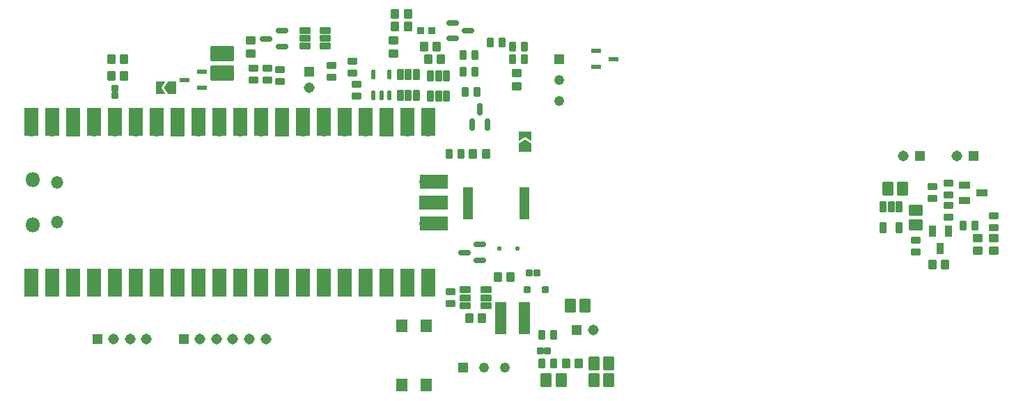
<source format=gbr>
%TF.GenerationSoftware,KiCad,Pcbnew,8.0.8*%
%TF.CreationDate,2025-02-09T17:01:19+02:00*%
%TF.ProjectId,gamma-spectrometer,67616d6d-612d-4737-9065-6374726f6d65,v0.0.4*%
%TF.SameCoordinates,Original*%
%TF.FileFunction,Soldermask,Top*%
%TF.FilePolarity,Negative*%
%FSLAX46Y46*%
G04 Gerber Fmt 4.6, Leading zero omitted, Abs format (unit mm)*
G04 Created by KiCad (PCBNEW 8.0.8) date 2025-02-09 17:01:19*
%MOMM*%
%LPD*%
G01*
G04 APERTURE LIST*
G04 Aperture macros list*
%AMRoundRect*
0 Rectangle with rounded corners*
0 $1 Rounding radius*
0 $2 $3 $4 $5 $6 $7 $8 $9 X,Y pos of 4 corners*
0 Add a 4 corners polygon primitive as box body*
4,1,4,$2,$3,$4,$5,$6,$7,$8,$9,$2,$3,0*
0 Add four circle primitives for the rounded corners*
1,1,$1+$1,$2,$3*
1,1,$1+$1,$4,$5*
1,1,$1+$1,$6,$7*
1,1,$1+$1,$8,$9*
0 Add four rect primitives between the rounded corners*
20,1,$1+$1,$2,$3,$4,$5,0*
20,1,$1+$1,$4,$5,$6,$7,0*
20,1,$1+$1,$6,$7,$8,$9,0*
20,1,$1+$1,$8,$9,$2,$3,0*%
%AMFreePoly0*
4,1,6,1.000000,0.000000,0.500000,-0.750000,-0.500000,-0.750000,-0.500000,0.750000,0.500000,0.750000,1.000000,0.000000,1.000000,0.000000,$1*%
%AMFreePoly1*
4,1,6,0.500000,-0.750000,-0.650000,-0.750000,-0.150000,0.000000,-0.650000,0.750000,0.500000,0.750000,0.500000,-0.750000,0.500000,-0.750000,$1*%
G04 Aperture macros list end*
%ADD10RoundRect,0.098000X0.294000X-0.609000X0.294000X0.609000X-0.294000X0.609000X-0.294000X-0.609000X0*%
%ADD11R,1.308000X1.308000*%
%ADD12C,1.308000*%
%ADD13RoundRect,0.102000X-0.450000X0.325000X-0.450000X-0.325000X0.450000X-0.325000X0.450000X0.325000X0*%
%ADD14RoundRect,0.102000X0.450000X-0.325000X0.450000X0.325000X-0.450000X0.325000X-0.450000X-0.325000X0*%
%ADD15RoundRect,0.102000X-0.325000X-0.450000X0.325000X-0.450000X0.325000X0.450000X-0.325000X0.450000X0*%
%ADD16RoundRect,0.102000X0.725000X-0.575000X0.725000X0.575000X-0.725000X0.575000X-0.725000X-0.575000X0*%
%ADD17RoundRect,0.100500X-0.616500X-0.301500X0.616500X-0.301500X0.616500X0.301500X-0.616500X0.301500X0*%
%ADD18RoundRect,0.100500X0.336500X-0.301500X0.336500X0.301500X-0.336500X0.301500X-0.336500X-0.301500X0*%
%ADD19RoundRect,0.134250X0.432750X-0.402750X0.432750X0.402750X-0.432750X0.402750X-0.432750X-0.402750X0*%
%ADD20RoundRect,0.102000X0.300000X0.300000X-0.300000X0.300000X-0.300000X-0.300000X0.300000X-0.300000X0*%
%ADD21RoundRect,0.134250X0.402750X0.432750X-0.402750X0.432750X-0.402750X-0.432750X0.402750X-0.432750X0*%
%ADD22RoundRect,0.102000X0.575000X0.725000X-0.575000X0.725000X-0.575000X-0.725000X0.575000X-0.725000X0*%
%ADD23RoundRect,0.100500X-0.301500X-0.336500X0.301500X-0.336500X0.301500X0.336500X-0.301500X0.336500X0*%
%ADD24RoundRect,0.147500X-0.467500X-0.147500X0.467500X-0.147500X0.467500X0.147500X-0.467500X0.147500X0*%
%ADD25R,1.218000X1.218000*%
%ADD26C,1.218000*%
%ADD27RoundRect,0.102000X-0.435000X-0.465000X0.435000X-0.465000X0.435000X0.465000X-0.435000X0.465000X0*%
%ADD28RoundRect,0.102000X0.325000X0.450000X-0.325000X0.450000X-0.325000X-0.450000X0.325000X-0.450000X0*%
%ADD29RoundRect,0.100500X0.301500X0.336500X-0.301500X0.336500X-0.301500X-0.336500X0.301500X-0.336500X0*%
%ADD30RoundRect,0.102000X0.435000X0.465000X-0.435000X0.465000X-0.435000X-0.465000X0.435000X-0.465000X0*%
%ADD31RoundRect,0.102000X-0.575000X-0.725000X0.575000X-0.725000X0.575000X0.725000X-0.575000X0.725000X0*%
%ADD32RoundRect,0.201000X-0.511000X-0.201000X0.511000X-0.201000X0.511000X0.201000X-0.511000X0.201000X0*%
%ADD33RoundRect,0.150000X0.587500X0.150000X-0.587500X0.150000X-0.587500X-0.150000X0.587500X-0.150000X0*%
%ADD34FreePoly0,180.000000*%
%ADD35FreePoly1,180.000000*%
%ADD36RoundRect,0.134250X-0.432750X0.402750X-0.432750X-0.402750X0.432750X-0.402750X0.432750X0.402750X0*%
%ADD37RoundRect,0.134250X-0.402750X-0.432750X0.402750X-0.432750X0.402750X0.432750X-0.402750X0.432750X0*%
%ADD38R,1.295400X3.937000*%
%ADD39FreePoly0,90.000000*%
%ADD40FreePoly1,90.000000*%
%ADD41RoundRect,0.102000X-0.600000X-1.850000X0.600000X-1.850000X0.600000X1.850000X-0.600000X1.850000X0*%
%ADD42RoundRect,0.099250X-0.297750X0.607750X-0.297750X-0.607750X0.297750X-0.607750X0.297750X0.607750X0*%
%ADD43RoundRect,0.125000X-0.125000X-0.125000X0.125000X-0.125000X0.125000X0.125000X-0.125000X0.125000X0*%
%ADD44RoundRect,0.147500X0.147500X-0.457500X0.147500X0.457500X-0.147500X0.457500X-0.147500X-0.457500X0*%
%ADD45RoundRect,0.147500X0.467500X0.147500X-0.467500X0.147500X-0.467500X-0.147500X0.467500X-0.147500X0*%
%ADD46RoundRect,0.098000X0.609000X0.294000X-0.609000X0.294000X-0.609000X-0.294000X0.609000X-0.294000X0*%
%ADD47RoundRect,0.239250X-1.217750X0.717750X-1.217750X-0.717750X1.217750X-0.717750X1.217750X0.717750X0*%
%ADD48RoundRect,0.150000X0.150000X-0.587500X0.150000X0.587500X-0.150000X0.587500X-0.150000X-0.587500X0*%
%ADD49RoundRect,0.102000X0.405000X0.465000X-0.405000X0.465000X-0.405000X-0.465000X0.405000X-0.465000X0*%
%ADD50R,1.400000X1.600000*%
%ADD51RoundRect,0.150000X-0.587500X-0.150000X0.587500X-0.150000X0.587500X0.150000X-0.587500X0.150000X0*%
%ADD52RoundRect,0.100500X-0.301500X0.616500X-0.301500X-0.616500X0.301500X-0.616500X0.301500X0.616500X0*%
%ADD53R,3.500000X1.700000*%
%ADD54O,1.700000X1.700000*%
%ADD55R,1.700000X1.700000*%
%ADD56R,1.700000X3.500000*%
%ADD57O,1.800000X1.800000*%
%ADD58O,1.500000X1.500000*%
%ADD59RoundRect,0.102000X0.350000X0.350000X-0.350000X0.350000X-0.350000X-0.350000X0.350000X-0.350000X0*%
G04 APERTURE END LIST*
D10*
%TO.C,U4*%
X134395000Y-70905000D03*
X135345000Y-70905000D03*
X136295000Y-70905000D03*
X136295000Y-68395000D03*
X135345000Y-68395000D03*
X134395000Y-68395000D03*
%TD*%
D11*
%TO.C,J1*%
X97500000Y-100500000D03*
D12*
X99500000Y-100500000D03*
X101500000Y-100500000D03*
X103500000Y-100500000D03*
%TD*%
D13*
%TO.C,R6*%
X129000000Y-69550000D03*
X129000000Y-71000000D03*
%TD*%
D14*
%TO.C,R1*%
X126000000Y-68725000D03*
X126000000Y-67275000D03*
%TD*%
D15*
%TO.C,R15*%
X153025000Y-100000000D03*
X151575000Y-100000000D03*
%TD*%
D12*
%TO.C,J4*%
X157800000Y-99450000D03*
D11*
X155800000Y-99450000D03*
%TD*%
D16*
%TO.C,C19*%
X197025000Y-86625000D03*
X197025000Y-84825000D03*
%TD*%
D17*
%TO.C,Q4*%
X202965000Y-81775000D03*
X202965000Y-83675000D03*
X205085000Y-82725000D03*
%TD*%
D13*
%TO.C,R5*%
X128500000Y-66775000D03*
X128500000Y-68225000D03*
%TD*%
D18*
%TO.C,FB1*%
X99700000Y-70065000D03*
X99700000Y-70935000D03*
%TD*%
D19*
%TO.C,C21*%
X204525000Y-89785000D03*
X204525000Y-88225000D03*
%TD*%
D15*
%TO.C,R20*%
X202800000Y-86725000D03*
X204250000Y-86725000D03*
%TD*%
D20*
%TO.C,D5*%
X152000000Y-94500000D03*
X149800000Y-94500000D03*
%TD*%
D21*
%TO.C,C16*%
X154520000Y-103500000D03*
X156080000Y-103500000D03*
%TD*%
D22*
%TO.C,C15*%
X157900000Y-105500000D03*
X159700000Y-105500000D03*
%TD*%
D23*
%TO.C,FB2*%
X152235000Y-102000000D03*
X151365000Y-102000000D03*
%TD*%
D24*
%TO.C,U6*%
X158200000Y-65500000D03*
X158200000Y-67400000D03*
X160320000Y-66450000D03*
%TD*%
D11*
%TO.C,J5*%
X197525000Y-78275000D03*
D12*
X195525000Y-78275000D03*
%TD*%
D25*
%TO.C,VR1*%
X153700000Y-66460000D03*
D26*
X153700000Y-69000000D03*
X153700000Y-71540000D03*
%TD*%
D27*
%TO.C,C9*%
X137220000Y-65000000D03*
X138780000Y-65000000D03*
%TD*%
D28*
%TO.C,R8*%
X149425000Y-66500000D03*
X147975000Y-66500000D03*
%TD*%
D14*
%TO.C,R4*%
X116500000Y-69045000D03*
X116500000Y-67595000D03*
%TD*%
D21*
%TO.C,C10*%
X139280000Y-66500000D03*
X137720000Y-66500000D03*
%TD*%
D19*
%TO.C,C3*%
X116200000Y-65780000D03*
X116200000Y-64220000D03*
%TD*%
D28*
%TO.C,R13*%
X146725000Y-64500000D03*
X145275000Y-64500000D03*
%TD*%
D29*
%TO.C,FB3*%
X150935000Y-92500000D03*
X150065000Y-92500000D03*
%TD*%
D11*
%TO.C,J3*%
X123250000Y-68000000D03*
D12*
X123250000Y-70000000D03*
%TD*%
D30*
%TO.C,C11*%
X144280000Y-98000000D03*
X142720000Y-98000000D03*
%TD*%
D31*
%TO.C,C13*%
X153900000Y-105500000D03*
X152100000Y-105500000D03*
%TD*%
D32*
%TO.C,U8*%
X142255000Y-94550000D03*
X142255000Y-95500000D03*
X142255000Y-96450000D03*
X144745000Y-96450000D03*
X144745000Y-95500000D03*
X144745000Y-94550000D03*
%TD*%
D22*
%TO.C,C17*%
X195425000Y-82225000D03*
X193625000Y-82225000D03*
%TD*%
D13*
%TO.C,TH1*%
X201025000Y-83025000D03*
X201025000Y-81575000D03*
%TD*%
D33*
%TO.C,D1*%
X119937500Y-64950000D03*
X119937500Y-63050000D03*
X118062500Y-64000000D03*
%TD*%
D34*
%TO.C,JP1*%
X106610000Y-70000000D03*
D35*
X105160000Y-70000000D03*
%TD*%
D14*
%TO.C,R18*%
X201000000Y-85725000D03*
X201000000Y-84275000D03*
%TD*%
D36*
%TO.C,C7*%
X148500000Y-68220000D03*
X148500000Y-69780000D03*
%TD*%
D28*
%TO.C,R10*%
X143425000Y-66000000D03*
X141975000Y-66000000D03*
%TD*%
D27*
%TO.C,C1*%
X99200000Y-66500000D03*
X100760000Y-66500000D03*
%TD*%
D14*
%TO.C,R3*%
X118200000Y-69045000D03*
X118200000Y-67595000D03*
%TD*%
%TO.C,R19*%
X197025000Y-89950000D03*
X197025000Y-88500000D03*
%TD*%
D37*
%TO.C,C5*%
X133720000Y-62500000D03*
X135280000Y-62500000D03*
%TD*%
D30*
%TO.C,C18*%
X147780000Y-93000000D03*
X146220000Y-93000000D03*
%TD*%
D38*
%TO.C,LS1*%
X142596400Y-84000000D03*
X149403600Y-84000000D03*
%TD*%
D28*
%TO.C,R16*%
X151575000Y-103500000D03*
X153025000Y-103500000D03*
%TD*%
D15*
%TO.C,R12*%
X141975000Y-68000000D03*
X143425000Y-68000000D03*
%TD*%
D19*
%TO.C,C22*%
X206525000Y-89785000D03*
X206525000Y-88225000D03*
%TD*%
D39*
%TO.C,JP2*%
X149500000Y-77225000D03*
D40*
X149500000Y-75775000D03*
%TD*%
D41*
%TO.C,L1*%
X149400000Y-98000000D03*
X146600000Y-98000000D03*
%TD*%
D13*
%TO.C,R17*%
X199025000Y-82000000D03*
X199025000Y-83450000D03*
%TD*%
D30*
%TO.C,C4*%
X135280000Y-61000000D03*
X133720000Y-61000000D03*
%TD*%
D37*
%TO.C,C20*%
X199025000Y-91500000D03*
X200585000Y-91500000D03*
%TD*%
D42*
%TO.C,VR3*%
X194975000Y-84470000D03*
X194025000Y-84470000D03*
X193075000Y-84470000D03*
X193075000Y-86980000D03*
X194975000Y-86980000D03*
%TD*%
D25*
%TO.C,VR2*%
X142000000Y-104000000D03*
D26*
X144540000Y-104000000D03*
X147080000Y-104000000D03*
%TD*%
D43*
%TO.C,D4*%
X146400000Y-89500000D03*
X148600000Y-89500000D03*
%TD*%
D44*
%TO.C,U3*%
X131100000Y-70905000D03*
X132050000Y-70905000D03*
X133000000Y-70905000D03*
X133000000Y-68395000D03*
X131100000Y-68395000D03*
%TD*%
D45*
%TO.C,U7*%
X110260000Y-69950000D03*
X110260000Y-68050000D03*
X108140000Y-69000000D03*
%TD*%
D13*
%TO.C,R2*%
X119700000Y-67775000D03*
X119700000Y-69225000D03*
%TD*%
D46*
%TO.C,U2*%
X125255000Y-64900000D03*
X125255000Y-63950000D03*
X125255000Y-63000000D03*
X122745000Y-63000000D03*
X122745000Y-63950000D03*
X122745000Y-64900000D03*
%TD*%
D15*
%TO.C,R9*%
X147975000Y-65000000D03*
X149425000Y-65000000D03*
%TD*%
D47*
%TO.C,C3*%
X112700000Y-65795000D03*
X112700000Y-68205000D03*
%TD*%
D48*
%TO.C,D3*%
X143050000Y-74437500D03*
X144950000Y-74437500D03*
X144000000Y-72562500D03*
%TD*%
D11*
%TO.C,J6*%
X204025000Y-78275000D03*
D12*
X202025000Y-78275000D03*
%TD*%
D49*
%TO.C,D2*%
X143190000Y-78000000D03*
X144810000Y-78000000D03*
%TD*%
D33*
%TO.C,Q2*%
X144000000Y-90950000D03*
X144000000Y-89050000D03*
X142125000Y-90000000D03*
%TD*%
D22*
%TO.C,C14*%
X157900000Y-103500000D03*
X159700000Y-103500000D03*
%TD*%
D13*
%TO.C,R14*%
X140500000Y-94775000D03*
X140500000Y-96225000D03*
%TD*%
D50*
%TO.C,SW1*%
X137500000Y-106100000D03*
X137500000Y-98900000D03*
X134500000Y-106100000D03*
X134500000Y-98900000D03*
%TD*%
D13*
%TO.C,R21*%
X206525000Y-85500000D03*
X206525000Y-86950000D03*
%TD*%
D28*
%TO.C,R7*%
X141725000Y-78000000D03*
X140275000Y-78000000D03*
%TD*%
D10*
%TO.C,U5*%
X138050000Y-71010000D03*
X139000000Y-71010000D03*
X139950000Y-71010000D03*
X139950000Y-68500000D03*
X139000000Y-68500000D03*
X138050000Y-68500000D03*
%TD*%
D36*
%TO.C,C6*%
X133500000Y-65780000D03*
X133500000Y-64220000D03*
%TD*%
D51*
%TO.C,Q1*%
X142575000Y-63000000D03*
X140700000Y-63950000D03*
X140700000Y-62050000D03*
%TD*%
D31*
%TO.C,C12*%
X156800000Y-96500000D03*
X155000000Y-96500000D03*
%TD*%
D52*
%TO.C,Q3*%
X200975000Y-87440000D03*
X199075000Y-87440000D03*
X200025000Y-89560000D03*
%TD*%
D27*
%TO.C,C2*%
X99200000Y-68500000D03*
X100760000Y-68500000D03*
%TD*%
D28*
%TO.C,R11*%
X143725000Y-70500000D03*
X142275000Y-70500000D03*
%TD*%
D12*
%TO.C,J2*%
X118000000Y-100500000D03*
X116000000Y-100500000D03*
X114000000Y-100500000D03*
X112000000Y-100500000D03*
X110000000Y-100500000D03*
D11*
X108000000Y-100500000D03*
%TD*%
D53*
%TO.C,U1*%
X138430000Y-81350000D03*
D54*
X137530000Y-81350000D03*
D53*
X138430000Y-83890000D03*
D55*
X137530000Y-83890000D03*
D53*
X138430000Y-86430000D03*
D54*
X137530000Y-86430000D03*
D56*
X89500000Y-74100000D03*
D54*
X89500000Y-75000000D03*
D56*
X92040000Y-74100000D03*
D54*
X92040000Y-75000000D03*
D56*
X94580000Y-74100000D03*
D55*
X94580000Y-75000000D03*
D56*
X97120000Y-74100000D03*
D54*
X97120000Y-75000000D03*
D56*
X99660000Y-74100000D03*
D54*
X99660000Y-75000000D03*
D56*
X102200000Y-74100000D03*
D54*
X102200000Y-75000000D03*
D56*
X104740000Y-74100000D03*
D54*
X104740000Y-75000000D03*
D56*
X107280000Y-74100000D03*
D55*
X107280000Y-75000000D03*
D56*
X109820000Y-74100000D03*
D54*
X109820000Y-75000000D03*
D56*
X112360000Y-74100000D03*
D54*
X112360000Y-75000000D03*
D56*
X114900000Y-74100000D03*
D54*
X114900000Y-75000000D03*
D56*
X117440000Y-74100000D03*
D54*
X117440000Y-75000000D03*
D56*
X119980000Y-74100000D03*
D55*
X119980000Y-75000000D03*
D56*
X122520000Y-74100000D03*
D54*
X122520000Y-75000000D03*
D56*
X125060000Y-74100000D03*
D54*
X125060000Y-75000000D03*
D56*
X127600000Y-74100000D03*
D54*
X127600000Y-75000000D03*
D56*
X130140000Y-74100000D03*
D54*
X130140000Y-75000000D03*
D56*
X132680000Y-74100000D03*
D55*
X132680000Y-75000000D03*
D56*
X135220000Y-74100000D03*
D54*
X135220000Y-75000000D03*
D56*
X137760000Y-74100000D03*
D54*
X137760000Y-75000000D03*
D56*
X137760000Y-93680000D03*
D54*
X137760000Y-92780000D03*
D56*
X135220000Y-93680000D03*
D54*
X135220000Y-92780000D03*
D56*
X132680000Y-93680000D03*
D55*
X132680000Y-92780000D03*
D56*
X130140000Y-93680000D03*
D54*
X130140000Y-92780000D03*
D56*
X127600000Y-93680000D03*
D54*
X127600000Y-92780000D03*
D56*
X125060000Y-93680000D03*
D54*
X125060000Y-92780000D03*
D56*
X122520000Y-93680000D03*
D54*
X122520000Y-92780000D03*
D56*
X119980000Y-93680000D03*
D55*
X119980000Y-92780000D03*
D56*
X117440000Y-93680000D03*
D54*
X117440000Y-92780000D03*
D56*
X114900000Y-93680000D03*
D54*
X114900000Y-92780000D03*
D56*
X112360000Y-93680000D03*
D54*
X112360000Y-92780000D03*
D56*
X109820000Y-93680000D03*
D54*
X109820000Y-92780000D03*
D56*
X107280000Y-93680000D03*
D55*
X107280000Y-92780000D03*
D56*
X104740000Y-93680000D03*
D54*
X104740000Y-92780000D03*
D56*
X102200000Y-93680000D03*
D54*
X102200000Y-92780000D03*
D56*
X99660000Y-93680000D03*
D54*
X99660000Y-92780000D03*
D56*
X97120000Y-93680000D03*
D54*
X97120000Y-92780000D03*
D56*
X94580000Y-93680000D03*
D55*
X94580000Y-92780000D03*
D56*
X92040000Y-93680000D03*
D54*
X92040000Y-92780000D03*
D56*
X89500000Y-93680000D03*
D54*
X89500000Y-92780000D03*
D57*
X89630000Y-81165000D03*
D58*
X92660000Y-81465000D03*
X92660000Y-86315000D03*
D57*
X89630000Y-86615000D03*
%TD*%
D59*
%TO.C,C8*%
X136850000Y-63000000D03*
X138150000Y-63000000D03*
%TD*%
M02*

</source>
